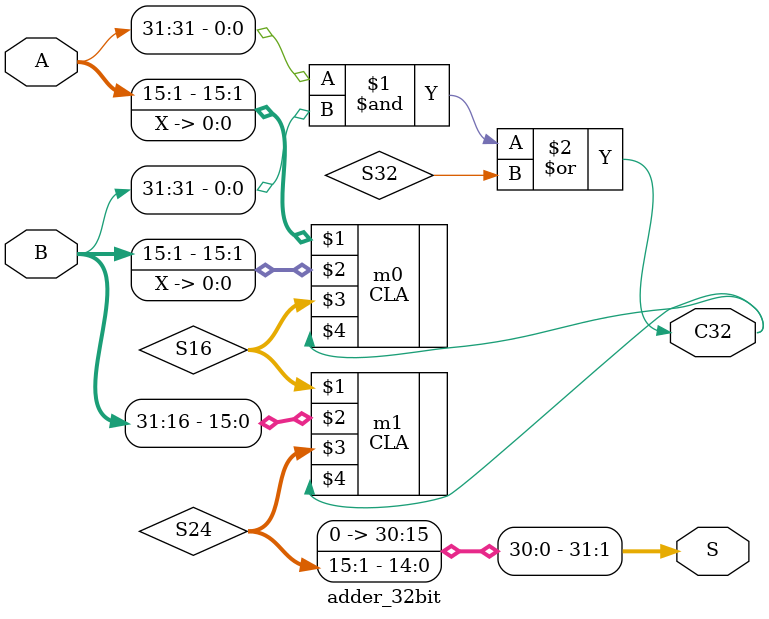
<source format=v>
module adder_32bit(A,B,S,C32);
     input [32:1] A;
     input [32:1] B;
     output [32:1] S;
     output C32;

	wire[15:0] S16;  // 4-bit result of the 16-bit CLA block.
	wire[15:0] S24;  // 8-bit result of the 24-bit CLA block.
	wire S32;       // 32-bit sum of A and B
	//C32 output from the 32-bit adder is used as a carry for the next 16-bit CLA module
	assign C32 = (A[31]&B[31]) | (S32);

	 // 16 bit block that can be cascaded to design an 8-bit adder and finally a 4-bit adder, as per the Carry-Lookahead Adder(CLA) architecture.
     CLA #(.W(16), .H(16)) m0(A[15:0],B[15:0],S16,C32); // output S[15:0] and C32
     CLA #(.W(24), .H(24)) m1(S16,B[31:16],S24,C32);    // output S[31:0] and C32
	//outputing the 32-bit sum of A and B directly
     assign S[31:0] = S24;
endmodule
</source>
